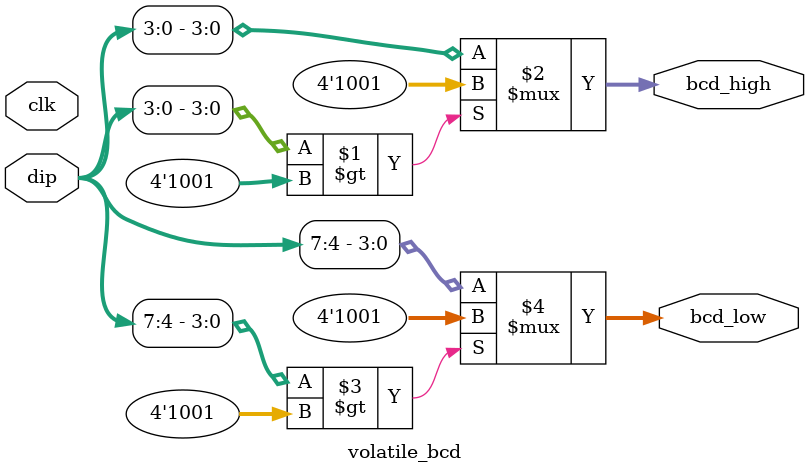
<source format=v>
`default_nettype none

module volatile_bcd(
    input wire clk,
    output wire [3:0] bcd_low,
    output wire [3:0] bcd_high,    
    input wire [7:0] dip,

);

    assign bcd_high = (dip[3:0] > 4'd9) ? 4'd9 : dip[3:0];
    assign bcd_low = (dip[7:4] > 4'd9) ? 4'd9 : dip[7:4];
endmodule
</source>
